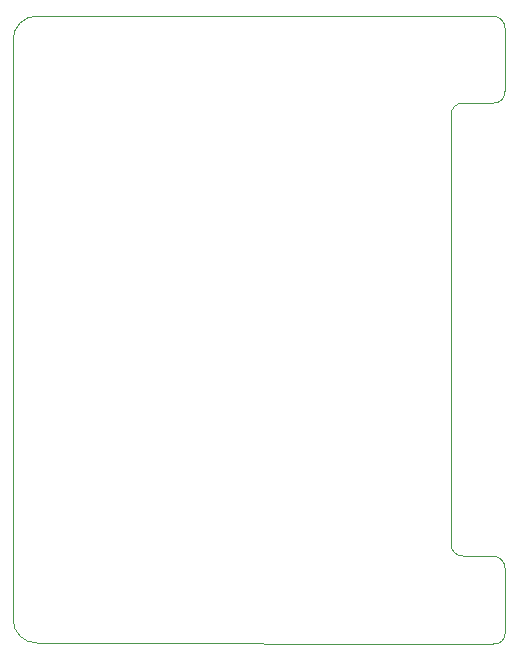
<source format=gm1>
%TF.GenerationSoftware,KiCad,Pcbnew,(6.0.7-1)-1*%
%TF.CreationDate,2022-08-29T03:00:19-07:00*%
%TF.ProjectId,BB_Power_Supply,42425f50-6f77-4657-925f-537570706c79,1*%
%TF.SameCoordinates,Original*%
%TF.FileFunction,Profile,NP*%
%FSLAX46Y46*%
G04 Gerber Fmt 4.6, Leading zero omitted, Abs format (unit mm)*
G04 Created by KiCad (PCBNEW (6.0.7-1)-1) date 2022-08-29 03:00:19*
%MOMM*%
%LPD*%
G01*
G04 APERTURE LIST*
%TA.AperFunction,Profile*%
%ADD10C,0.100000*%
%TD*%
G04 APERTURE END LIST*
D10*
X120700800Y-116484400D02*
G75*
G03*
X122732800Y-118516400I2032000J0D01*
G01*
X122732800Y-65430400D02*
G75*
G03*
X120700800Y-67462400I0J-2032000D01*
G01*
X158800800Y-72796400D02*
G75*
G03*
X157784800Y-73812400I0J-1016000D01*
G01*
X157784800Y-110134400D02*
G75*
G03*
X158800800Y-111150400I1016000J0D01*
G01*
X162356800Y-112166400D02*
G75*
G03*
X161340800Y-111150400I-1016000J0D01*
G01*
X162374391Y-117644991D02*
X162356800Y-112166400D01*
X161340800Y-118567199D02*
G75*
G03*
X162374391Y-117644991I171482J848124D01*
G01*
X161340800Y-72796400D02*
G75*
G03*
X162356800Y-71780400I80405J935595D01*
G01*
X162356800Y-66446400D02*
G75*
G03*
X161340800Y-65430400I-1016000J0D01*
G01*
X120700800Y-116484400D02*
X120700800Y-67462400D01*
X161340800Y-118567200D02*
X122732800Y-118516400D01*
X158800800Y-111150400D02*
X161340800Y-111150400D01*
X157784800Y-73812400D02*
X157784800Y-110134400D01*
X161340800Y-72796400D02*
X158800800Y-72796400D01*
X162356800Y-66446400D02*
X162356800Y-71780400D01*
X161340800Y-65430400D02*
X122732800Y-65430400D01*
M02*

</source>
